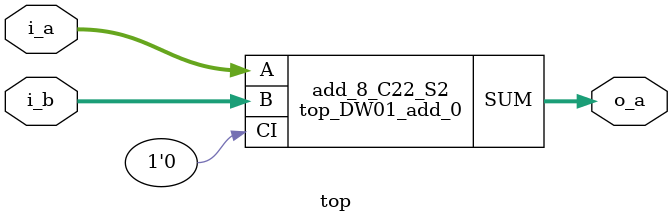
<source format=v>


module top_DW01_add_0 ( A, B, CI, SUM, CO );
  input [31:0] A;
  input [31:0] B;
  output [31:0] SUM;
  input CI;
  output CO;

  wire   [31:1] carry;

  EO3P U1_31 ( .A(A[31]), .B(B[31]), .C(carry[31]), .Z(SUM[31]) );
  FA1A U1_30 ( .A(A[30]), .B(B[30]), .CI(carry[30]), .CO(carry[31]), .S(
        SUM[30]) );
  FA1A U1_29 ( .A(A[29]), .B(B[29]), .CI(carry[29]), .CO(carry[30]), .S(
        SUM[29]) );
  FA1A U1_28 ( .A(A[28]), .B(B[28]), .CI(carry[28]), .CO(carry[29]), .S(
        SUM[28]) );
  FA1A U1_27 ( .A(A[27]), .B(B[27]), .CI(carry[27]), .CO(carry[28]), .S(
        SUM[27]) );
  FA1A U1_26 ( .A(A[26]), .B(B[26]), .CI(carry[26]), .CO(carry[27]), .S(
        SUM[26]) );
  FA1A U1_25 ( .A(A[25]), .B(B[25]), .CI(carry[25]), .CO(carry[26]), .S(
        SUM[25]) );
  FA1A U1_24 ( .A(A[24]), .B(B[24]), .CI(carry[24]), .CO(carry[25]), .S(
        SUM[24]) );
  FA1A U1_23 ( .A(A[23]), .B(B[23]), .CI(carry[23]), .CO(carry[24]), .S(
        SUM[23]) );
  FA1A U1_22 ( .A(A[22]), .B(B[22]), .CI(carry[22]), .CO(carry[23]), .S(
        SUM[22]) );
  FA1A U1_21 ( .A(A[21]), .B(B[21]), .CI(carry[21]), .CO(carry[22]), .S(
        SUM[21]) );
  FA1A U1_20 ( .A(A[20]), .B(B[20]), .CI(carry[20]), .CO(carry[21]), .S(
        SUM[20]) );
  FA1A U1_19 ( .A(A[19]), .B(B[19]), .CI(carry[19]), .CO(carry[20]), .S(
        SUM[19]) );
  FA1A U1_18 ( .A(A[18]), .B(B[18]), .CI(carry[18]), .CO(carry[19]), .S(
        SUM[18]) );
  FA1A U1_17 ( .A(A[17]), .B(B[17]), .CI(carry[17]), .CO(carry[18]), .S(
        SUM[17]) );
  FA1A U1_16 ( .A(A[16]), .B(B[16]), .CI(carry[16]), .CO(carry[17]), .S(
        SUM[16]) );
  FA1A U1_15 ( .A(A[15]), .B(B[15]), .CI(carry[15]), .CO(carry[16]), .S(
        SUM[15]) );
  FA1A U1_14 ( .A(A[14]), .B(B[14]), .CI(carry[14]), .CO(carry[15]), .S(
        SUM[14]) );
  FA1A U1_13 ( .A(A[13]), .B(B[13]), .CI(carry[13]), .CO(carry[14]), .S(
        SUM[13]) );
  FA1A U1_12 ( .A(A[12]), .B(B[12]), .CI(carry[12]), .CO(carry[13]), .S(
        SUM[12]) );
  FA1A U1_11 ( .A(A[11]), .B(B[11]), .CI(carry[11]), .CO(carry[12]), .S(
        SUM[11]) );
  FA1A U1_10 ( .A(A[10]), .B(B[10]), .CI(carry[10]), .CO(carry[11]), .S(
        SUM[10]) );
  FA1A U1_9 ( .A(A[9]), .B(B[9]), .CI(carry[9]), .CO(carry[10]), .S(SUM[9]) );
  FA1A U1_8 ( .A(A[8]), .B(B[8]), .CI(carry[8]), .CO(carry[9]), .S(SUM[8]) );
  FA1A U1_7 ( .A(A[7]), .B(B[7]), .CI(carry[7]), .CO(carry[8]), .S(SUM[7]) );
  FA1A U1_6 ( .A(A[6]), .B(B[6]), .CI(carry[6]), .CO(carry[7]), .S(SUM[6]) );
  FA1A U1_5 ( .A(A[5]), .B(B[5]), .CI(carry[5]), .CO(carry[6]), .S(SUM[5]) );
  FA1A U1_4 ( .A(A[4]), .B(B[4]), .CI(carry[4]), .CO(carry[5]), .S(SUM[4]) );
  FA1A U1_3 ( .A(A[3]), .B(B[3]), .CI(carry[3]), .CO(carry[4]), .S(SUM[3]) );
  FA1A U1_2 ( .A(A[2]), .B(B[2]), .CI(carry[2]), .CO(carry[3]), .S(SUM[2]) );
  FA1A U1_1 ( .A(A[1]), .B(B[1]), .CI(carry[1]), .CO(carry[2]), .S(SUM[1]) );
  EO U1 ( .A(A[0]), .B(B[0]), .Z(SUM[0]) );
  AN2P U2 ( .A(A[0]), .B(B[0]), .Z(carry[1]) );
endmodule


module top ( i_a, i_b, o_a );
  input [31:0] i_a;
  input [31:0] i_b;
  output [31:0] o_a;


  top_DW01_add_0 add_8_C22_S2 ( .A(i_a), .B(i_b), .CI(1'b0), .SUM(o_a) );
endmodule


</source>
